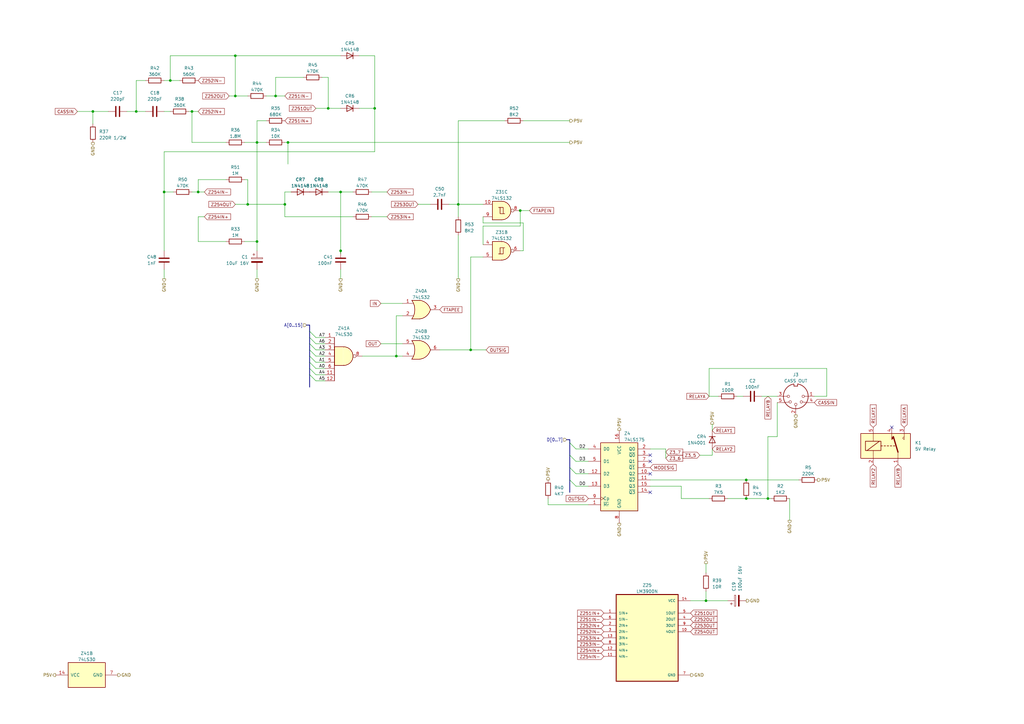
<source format=kicad_sch>
(kicad_sch (version 20221004) (generator eeschema)
  (paper "A3")
  (lib_symbols
    (symbol "74xx:74LS132" (pin_names (offset 1.016))
      (property "Reference" "U" (at 0 1.27 0))
      (property "Value" "74LS132" (at 0 -1.27 0))
      (symbol "74LS132_1_0"
        (polyline (pts (xy -0.635 -1.27) (xy -0.635 1.27) (xy 0.635 1.27)))
        (polyline (pts (xy -0.635 -1.27) (xy -0.635 1.27) (xy 0.635 1.27)))
        (polyline (pts (xy -1.27 -1.27) (xy 0.635 -1.27) (xy 0.635 1.27) (xy 1.27 1.27)))
        (polyline (pts (xy -1.27 -1.27) (xy 0.635 -1.27) (xy 0.635 1.27) (xy 1.27 1.27)))
      )
      (symbol "74LS132_1_1"
        (arc (start 0 -3.81) (mid 3.81 0) (end 0 3.81) (stroke (width 0.254)) (fill (type background)))
        (polyline (pts (xy 0 3.81) (xy -3.81 3.81) (xy -3.81 -3.81) (xy 0 -3.81)) (stroke (width 0.254)) (fill (type background)))
        (pin input line (at -7.62 2.54 0) (length 3.81) (name "~") (number "1"))
        (pin input line (at -7.62 -2.54 0) (length 3.81) (name "~") (number "2"))
        (pin output inverted (at 7.62 0 180) (length 3.81) (name "~") (number "3"))
      )
      (symbol "74LS132_1_2"
        (arc (start -3.81 -3.81) (mid -2.589 0) (end -3.81 3.81) (stroke (width 0.254)))
        (arc (start -0.6096 -3.81) (mid 2.1842 -2.5851) (end 3.81 0) (stroke (width 0.254)) (fill (type background)))
        (polyline (pts (xy -3.81 -3.81) (xy -0.635 -3.81)) (stroke (width 0.254)) (fill (type background)))
        (polyline (pts (xy -3.81 3.81) (xy -0.635 3.81)) (stroke (width 0.254)) (fill (type background)))
        (polyline (pts (xy -0.635 3.81) (xy -3.81 3.81) (xy -3.81 3.81) (xy -3.556 3.4036) (xy -3.0226 2.2606) (xy -2.6924 1.0414) (xy -2.6162 -0.254) (xy -2.7686 -1.4986) (xy -3.175 -2.7178) (xy -3.81 -3.81) (xy -3.81 -3.81) (xy -0.635 -3.81)) (stroke (width -25.4)) (fill (type background)))
        (arc (start 3.81 0) (mid 2.1915 2.5936) (end -0.6096 3.81) (stroke (width 0.254)) (fill (type background)))
        (pin input inverted (at -7.62 2.54 0) (length 4.318) (name "~") (number "1"))
        (pin input inverted (at -7.62 -2.54 0) (length 4.318) (name "~") (number "2"))
        (pin output line (at 7.62 0 180) (length 3.81) (name "~") (number "3"))
      )
      (symbol "74LS132_2_0"
        (polyline (pts (xy -0.635 -1.27) (xy -0.635 1.27) (xy 0.635 1.27)))
        (polyline (pts (xy -0.635 -1.27) (xy -0.635 1.27) (xy 0.635 1.27)))
        (polyline (pts (xy -1.27 -1.27) (xy 0.635 -1.27) (xy 0.635 1.27) (xy 1.27 1.27)))
        (polyline (pts (xy -1.27 -1.27) (xy 0.635 -1.27) (xy 0.635 1.27) (xy 1.27 1.27)))
      )
      (symbol "74LS132_2_1"
        (arc (start 0 -3.81) (mid 3.81 0) (end 0 3.81) (stroke (width 0.254)) (fill (type background)))
        (polyline (pts (xy 0 3.81) (xy -3.81 3.81) (xy -3.81 -3.81) (xy 0 -3.81)) (stroke (width 0.254)) (fill (type background)))
        (pin input line (at -7.62 2.54 0) (length 3.81) (name "~") (number "4"))
        (pin input line (at -7.62 -2.54 0) (length 3.81) (name "~") (number "5"))
        (pin output inverted (at 7.62 0 180) (length 3.81) (name "~") (number "6"))
      )
      (symbol "74LS132_2_2"
        (arc (start -3.81 -3.81) (mid -2.589 0) (end -3.81 3.81) (stroke (width 0.254)))
        (arc (start -0.6096 -3.81) (mid 2.1842 -2.5851) (end 3.81 0) (stroke (width 0.254)) (fill (type background)))
        (polyline (pts (xy -3.81 -3.81) (xy -0.635 -3.81)) (stroke (width 0.254)) (fill (type background)))
        (polyline (pts (xy -3.81 3.81) (xy -0.635 3.81)) (stroke (width 0.254)) (fill (type background)))
        (polyline (pts (xy -0.635 3.81) (xy -3.81 3.81) (xy -3.81 3.81) (xy -3.556 3.4036) (xy -3.0226 2.2606) (xy -2.6924 1.0414) (xy -2.6162 -0.254) (xy -2.7686 -1.4986) (xy -3.175 -2.7178) (xy -3.81 -3.81) (xy -3.81 -3.81) (xy -0.635 -3.81)) (stroke (width -25.4)) (fill (type background)))
        (arc (start 3.81 0) (mid 2.1915 2.5936) (end -0.6096 3.81) (stroke (width 0.254)) (fill (type background)))
        (pin input inverted (at -7.62 2.54 0) (length 4.318) (name "~") (number "4"))
        (pin input inverted (at -7.62 -2.54 0) (length 4.318) (name "~") (number "5"))
        (pin output line (at 7.62 0 180) (length 3.81) (name "~") (number "6"))
      )
      (symbol "74LS132_3_0"
        (polyline (pts (xy -0.635 -1.27) (xy -0.635 1.27) (xy 0.635 1.27)))
        (polyline (pts (xy -0.635 -1.27) (xy -0.635 1.27) (xy 0.635 1.27)))
        (polyline (pts (xy -1.27 -1.27) (xy 0.635 -1.27) (xy 0.635 1.27) (xy 1.27 1.27)))
        (polyline (pts (xy -1.27 -1.27) (xy 0.635 -1.27) (xy 0.635 1.27) (xy 1.27 1.27)))
      )
      (symbol "74LS132_3_1"
        (arc (start 0 -3.81) (mid 3.81 0) (end 0 3.81) (stroke (width 0.254)) (fill (type background)))
        (polyline (pts (xy 0 3.81) (xy -3.81 3.81) (xy -3.81 -3.81) (xy 0 -3.81)) (stroke (width 0.254)) (fill (type background)))
        (pin input line (at -7.62 -2.54 0) (length 3.81) (name "~") (number "10"))
        (pin output inverted (at 7.62 0 180) (length 3.81) (name "~") (number "8"))
        (pin input line (at -7.62 2.54 0) (length 3.81) (name "~") (number "9"))
      )
      (symbol "74LS132_3_2"
        (arc (start -3.81 -3.81) (mid -2.589 0) (end -3.81 3.81) (stroke (width 0.254)))
        (arc (start -0.6096 -3.81) (mid 2.1842 -2.5851) (end 3.81 0) (stroke (width 0.254)) (fill (type background)))
        (polyline (pts (xy -3.81 -3.81) (xy -0.635 -3.81)) (stroke (width 0.254)) (fill (type background)))
        (polyline (pts (xy -3.81 3.81) (xy -0.635 3.81)) (stroke (width 0.254)) (fill (type background)))
        (polyline (pts (xy -0.635 3.81) (xy -3.81 3.81) (xy -3.81 3.81) (xy -3.556 3.4036) (xy -3.0226 2.2606) (xy -2.6924 1.0414) (xy -2.6162 -0.254) (xy -2.7686 -1.4986) (xy -3.175 -2.7178) (xy -3.81 -3.81) (xy -3.81 -3.81) (xy -0.635 -3.81)) (stroke (width -25.4)) (fill (type background)))
        (arc (start 3.81 0) (mid 2.1915 2.5936) (end -0.6096 3.81) (stroke (width 0.254)) (fill (type background)))
        (pin input inverted (at -7.62 -2.54 0) (length 4.318) (name "~") (number "10"))
        (pin output line (at 7.62 0 180) (length 3.81) (name "~") (number "8"))
        (pin input inverted (at -7.62 2.54 0) (length 4.318) (name "~") (number "9"))
      )
      (symbol "74LS132_4_0"
        (polyline (pts (xy -0.635 -1.27) (xy -0.635 1.27) (xy 0.635 1.27)))
        (polyline (pts (xy -0.635 -1.27) (xy -0.635 1.27) (xy 0.635 1.27)))
        (polyline (pts (xy -1.27 -1.27) (xy 0.635 -1.27) (xy 0.635 1.27) (xy 1.27 1.27)))
        (polyline (pts (xy -1.27 -1.27) (xy 0.635 -1.27) (xy 0.635 1.27) (xy 1.27 1.27)))
      )
      (symbol "74LS132_4_1"
        (arc (start 0 -3.81) (mid 3.81 0) (end 0 3.81) (stroke (width 0.254)) (fill (type background)))
        (polyline (pts (xy 0 3.81) (xy -3.81 3.81) (xy -3.81 -3.81) (xy 0 -3.81)) (stroke (width 0.254)) (fill (type background)))
        (pin output inverted (at 7.62 0 180) (length 3.81) (name "~") (number "11"))
        (pin input line (at -7.62 2.54 0) (length 3.81) (name "~") (number "12"))
        (pin input line (at -7.62 -2.54 0) (length 3.81) (name "~") (number "13"))
      )
      (symbol "74LS132_4_2"
        (arc (start -3.81 -3.81) (mid -2.589 0) (end -3.81 3.81) (stroke (width 0.254)))
        (arc (start -0.6096 -3.81) (mid 2.1842 -2.5851) (end 3.81 0) (stroke (width 0.254)) (fill (type background)))
        (polyline (pts (xy -3.81 -3.81) (xy -0.635 -3.81)) (stroke (width 0.254)) (fill (type background)))
        (polyline (pts (xy -3.81 3.81) (xy -0.635 3.81)) (stroke (width 0.254)) (fill (type background)))
        (polyline (pts (xy -0.635 3.81) (xy -3.81 3.81) (xy -3.81 3.81) (xy -3.556 3.4036) (xy -3.0226 2.2606) (xy -2.6924 1.0414) (xy -2.6162 -0.254) (xy -2.7686 -1.4986) (xy -3.175 -2.7178) (xy -3.81 -3.81) (xy -3.81 -3.81) (xy -0.635 -3.81)) (stroke (width -25.4)) (fill (type background)))
        (arc (start 3.81 0) (mid 2.1915 2.5936) (end -0.6096 3.81) (stroke (width 0.254)) (fill (type background)))
        (pin output line (at 7.62 0 180) (length 3.81) (name "~") (number "11"))
        (pin input inverted (at -7.62 2.54 0) (length 4.318) (name "~") (number "12"))
        (pin input inverted (at -7.62 -2.54 0) (length 4.318) (name "~") (number "13"))
      )
      (symbol "74LS132_5_0"
        (pin power_in line (at 0 12.7 270) (length 5.08) (name "VCC") (number "14"))
        (pin power_in line (at 0 -12.7 90) (length 5.08) (name "GND") (number "7"))
      )
      (symbol "74LS132_5_1"
        (rectangle (start -5.08 7.62) (end 5.08 -7.62) (stroke (width 0.254)) (fill (type background)))
      )
    )
    (symbol "74xx:74LS175" (pin_names (offset 1.016))
      (property "Reference" "U" (at -7.62 13.97 0))
      (property "Value" "74LS175" (at -7.62 -16.51 0))
      (symbol "74LS175_1_0"
        (pin input line (at -12.7 -12.7 0) (length 5.08) (name "~{Mr}") (number "1"))
        (pin output line (at 12.7 0 180) (length 5.08) (name "Q2") (number "10"))
        (pin output line (at 12.7 -2.54 180) (length 5.08) (name "~{Q2}") (number "11"))
        (pin input line (at -12.7 0 0) (length 5.08) (name "D2") (number "12"))
        (pin input line (at -12.7 -5.08 0) (length 5.08) (name "D3") (number "13"))
        (pin output line (at 12.7 -7.62 180) (length 5.08) (name "~{Q3}") (number "14"))
        (pin output line (at 12.7 -5.08 180) (length 5.08) (name "Q3") (number "15"))
        (pin power_in line (at 0 17.78 270) (length 5.08) (name "VCC") (number "16"))
        (pin output line (at 12.7 10.16 180) (length 5.08) (name "Q0") (number "2"))
        (pin output line (at 12.7 7.62 180) (length 5.08) (name "~{Q0}") (number "3"))
        (pin input line (at -12.7 10.16 0) (length 5.08) (name "D0") (number "4"))
        (pin input line (at -12.7 5.08 0) (length 5.08) (name "D1") (number "5"))
        (pin output line (at 12.7 2.54 180) (length 5.08) (name "~{Q1}") (number "6"))
        (pin output line (at 12.7 5.08 180) (length 5.08) (name "Q1") (number "7"))
        (pin power_in line (at 0 -20.32 90) (length 5.08) (name "GND") (number "8"))
        (pin input clock (at -12.7 -10.16 0) (length 5.08) (name "Cp") (number "9"))
      )
      (symbol "74LS175_1_1"
        (rectangle (start -7.62 12.7) (end 7.62 -15.24) (stroke (width 0.254)) (fill (type background)))
      )
    )
    (symbol "74xx:74LS30" (pin_names (offset 1.016))
      (property "Reference" "U" (at 0 1.27 0))
      (property "Value" "74LS30" (at 0 -1.27 0))
      (symbol "74LS30_1_1"
        (arc (start 0 -3.81) (mid 3.81 0) (end 0 3.81) (stroke (width 0.254)) (fill (type background)))
        (polyline (pts (xy -3.81 7.62) (xy -3.81 -10.16)) (stroke (width 0.254)))
        (polyline (pts (xy 0 3.81) (xy -3.81 3.81) (xy -3.81 -3.81) (xy 0 -3.81)) (stroke (width 0.254)) (fill (type background)))
        (pin input line (at -7.62 7.62 0) (length 3.81) (name "~") (number "1"))
        (pin input line (at -7.62 -7.62 0) (length 3.81) (name "~") (number "11"))
        (pin input line (at -7.62 -10.16 0) (length 3.81) (name "~") (number "12"))
        (pin input line (at -7.62 5.08 0) (length 3.81) (name "~") (number "2"))
        (pin input line (at -7.62 2.54 0) (length 3.81) (name "~") (number "3"))
        (pin input line (at -7.62 0 0) (length 3.81) (name "~") (number "4"))
        (pin input line (at -7.62 -2.54 0) (length 3.81) (name "~") (number "5"))
        (pin input line (at -7.62 -5.08 0) (length 3.81) (name "~") (number "6"))
        (pin output inverted (at 7.62 0 180) (length 3.81) (name "~") (number "8"))
      )
      (symbol "74LS30_1_2"
        (arc (start -3.81 -3.81) (mid -2.589 0) (end -3.81 3.81) (stroke (width 0.254)))
        (arc (start -0.6096 -3.81) (mid 2.1842 -2.5851) (end 3.81 0) (stroke (width 0.254)) (fill (type background)))
        (polyline (pts (xy -3.81 -3.81) (xy -3.81 -10.16)) (stroke (width 0.254)))
        (polyline (pts (xy -3.81 -3.81) (xy -0.635 -3.81)) (stroke (width 0.254)) (fill (type background)))
        (polyline (pts (xy -3.81 3.81) (xy -0.635 3.81)) (stroke (width 0.254)) (fill (type background)))
        (polyline (pts (xy -3.81 7.62) (xy -3.81 3.81)) (stroke (width 0.254)))
        (polyline (pts (xy -0.635 3.81) (xy -3.81 3.81) (xy -3.81 3.81) (xy -3.556 3.4036) (xy -3.0226 2.2606) (xy -2.6924 1.0414) (xy -2.6162 -0.254) (xy -2.7686 -1.4986) (xy -3.175 -2.7178) (xy -3.81 -3.81) (xy -3.81 -3.81) (xy -0.635 -3.81)) (stroke (width -25.4)) (fill (type background)))
        (arc (start 3.81 0) (mid 2.1915 2.5936) (end -0.6096 3.81) (stroke (width 0.254)) (fill (type background)))
        (pin input inverted (at -7.62 7.62 0) (length 3.81) (name "~") (number "1"))
        (pin input inverted (at -7.62 -7.62 0) (length 3.81) (name "~") (number "11"))
        (pin input inverted (at -7.62 -10.16 0) (length 3.81) (name "~") (number "12"))
        (pin input inverted (at -7.62 5.08 0) (length 3.81) (name "~") (number "2"))
        (pin input inverted (at -7.62 2.54 0) (length 4.5466) (name "~") (number "3"))
        (pin input inverted (at -7.62 0 0) (length 5.08) (name "~") (number "4"))
        (pin input inverted (at -7.62 -2.54 0) (length 4.5466) (name "~") (number "5"))
        (pin input inverted (at -7.62 -5.08 0) (length 3.81) (name "~") (number "6"))
        (pin output line (at 7.62 0 180) (length 3.81) (name "~") (number "8"))
      )
      (symbol "74LS30_2_0"
        (pin power_in line (at 0 12.7 270) (length 5.08) (name "VCC") (number "14"))
        (pin power_in line (at 0 -12.7 90) (length 5.08) (name "GND") (number "7"))
      )
      (symbol "74LS30_2_1"
        (rectangle (start -5.08 7.62) (end 5.08 -7.62) (stroke (width 0.254)) (fill (type background)))
      )
    )
    (symbol "74xx:74LS32" (pin_names (offset 1.016))
      (property "Reference" "U" (at 0 1.27 0))
      (property "Value" "74LS32" (at 0 -1.27 0))
      (symbol "74LS32_1_1"
        (arc (start -3.81 -3.81) (mid -2.589 0) (end -3.81 3.81) (stroke (width 0.254)))
        (arc (start -0.6096 -3.81) (mid 2.1842 -2.5851) (end 3.81 0) (stroke (width 0.254)) (fill (type background)))
        (polyline (pts (xy -3.81 -3.81) (xy -0.635 -3.81)) (stroke (width 0.254)) (fill (type background)))
        (polyline (pts (xy -3.81 3.81) (xy -0.635 3.81)) (stroke (width 0.254)) (fill (type background)))
        (polyline (pts (xy -0.635 3.81) (xy -3.81 3.81) (xy -3.81 3.81) (xy -3.556 3.4036) (xy -3.0226 2.2606) (xy -2.6924 1.0414) (xy -2.6162 -0.254) (xy -2.7686 -1.4986) (xy -3.175 -2.7178) (xy -3.81 -3.81) (xy -3.81 -3.81) (xy -0.635 -3.81)) (stroke (width -25.4)) (fill (type background)))
        (arc (start 3.81 0) (mid 2.1915 2.5936) (end -0.6096 3.81) (stroke (width 0.254)) (fill (type background)))
        (pin input line (at -7.62 2.54 0) (length 4.318) (name "~") (number "1"))
        (pin input line (at -7.62 -2.54 0) (length 4.318) (name "~") (number "2"))
        (pin output line (at 7.62 0 180) (length 3.81) (name "~") (number "3"))
      )
      (symbol "74LS32_1_2"
        (arc (start 0 -3.81) (mid 3.81 0) (end 0 3.81) (stroke (width 0.254)) (fill (type background)))
        (polyline (pts (xy 0 3.81) (xy -3.81 3.81) (xy -3.81 -3.81) (xy 0 -3.81)) (stroke (width 0.254)) (fill (type background)))
        (pin input inverted (at -7.62 2.54 0) (length 3.81) (name "~") (number "1"))
        (pin input inverted (at -7.62 -2.54 0) (length 3.81) (name "~") (number "2"))
        (pin output inverted (at 7.62 0 180) (length 3.81) (name "~") (number "3"))
      )
      (symbol "74LS32_2_1"
        (arc (start -3.81 -3.81) (mid -2.589 0) (end -3.81 3.81) (stroke (width 0.254)))
        (arc (start -0.6096 -3.81) (mid 2.1842 -2.5851) (end 3.81 0) (stroke (width 0.254)) (fill (type background)))
        (polyline (pts (xy -3.81 -3.81) (xy -0.635 -3.81)) (stroke (width 0.254)) (fill (type background)))
        (polyline (pts (xy -3.81 3.81) (xy -0.635 3.81)) (stroke (width 0.254)) (fill (type background)))
        (polyline (pts (xy -0.635 3.81) (xy -3.81 3.81) (xy -3.81 3.81) (xy -3.556 3.4036) (xy -3.0226 2.2606) (xy -2.6924 1.0414) (xy -2.6162 -0.254) (xy -2.7686 -1.4986) (xy -3.175 -2.7178) (xy -3.81 -3.81) (xy -3.81 -3.81) (xy -0.635 -3.81)) (stroke (width -25.4)) (fill (type background)))
        (arc (start 3.81 0) (mid 2.1915 2.5936) (end -0.6096 3.81) (stroke (width 0.254)) (fill (type background)))
        (pin input line (at -7.62 2.54 0) (length 4.318) (name "~") (number "4"))
        (pin input line (at -7.62 -2.54 0) (length 4.318) (name "~") (number "5"))
        (pin output line (at 7.62 0 180) (length 3.81) (name "~") (number "6"))
      )
      (symbol "74LS32_2_2"
        (arc (start 0 -3.81) (mid 3.81 0) (end 0 3.81) (stroke (width 0.254)) (fill (type background)))
        (polyline (pts (xy 0 3.81) (xy -3.81 3.81) (xy -3.81 -3.81) (xy 0 -3.81)) (stroke (width 0.254)) (fill (type background)))
        (pin input inverted (at -7.62 2.54 0) (length 3.81) (name "~") (number "4"))
        (pin input inverted (at -7.62 -2.54 0) (length 3.81) (name "~") (number "5"))
        (pin output inverted (at 7.62 0 180) (length 3.81) (name "~") (number "6"))
      )
      (symbol "74LS32_3_1"
        (arc (start -3.81 -3.81) (mid -2.589 0) (end -3.81 3.81) (stroke (width 0.254)))
        (arc (start -0.6096 -3.81) (mid 2.1842 -2.5851) (end 3.81 0) (stroke (width 0.254)) (fill (type background)))
        (polyline (pts (xy -3.81 -3.81) (xy -0.635 -3.81)) (stroke (width 0.254)) (fill (type background)))
        (polyline (pts (xy -3.81 3.81) (xy -0.635 3.81)) (stroke (width 0.254)) (fill (type background)))
        (polyline (pts (xy -0.635 3.81) (xy -3.81 3.81) (xy -3.81 3.81) (xy -3.556 3.4036) (xy -3.0226 2.2606) (xy -2.6924 1.0414) (xy -2.6162 -0.254) (xy -2.7686 -1.4986) (xy -3.175 -2.7178) (xy -3.81 -3.81) (xy -3.81 -3.81) (xy -0.635 -3.81)) (stroke (width -25.4)) (fill (type background)))
        (arc (start 3.81 0) (mid 2.1915 2.5936) (end -0.6096 3.81) (stroke (width 0.254)) (fill (type background)))
        (pin input line (at -7.62 -2.54 0) (length 4.318) (name "~") (number "10"))
        (pin output line (at 7.62 0 180) (length 3.81) (name "~") (number "8"))
        (pin input line (at -7.62 2.54 0) (length 4.318) (name "~") (number "9"))
      )
      (symbol "74LS32_3_2"
        (arc (start 0 -3.81) (mid 3.81 0) (end 0 3.81) (stroke (width 0.254)) (fill (type background)))
        (polyline (pts (xy 0 3.81) (xy -3.81 3.81) (xy -3.81 -3.81) (xy 0 -3.81)) (stroke (width 0.254)) (fill (type background)))
        (pin input inverted (at -7.62 -2.54 0) (length 3.81) (name "~") (number "10"))
        (pin output inverted (at 7.62 0 180) (length 3.81) (name "~") (number "8"))
        (pin input inverted (at -7.62 2.54 0) (length 3.81) (name "~") (number "9"))
      )
      (symbol "74LS32_4_1"
        (arc (start -3.81 -3.81) (mid -2.589 0) (end -3.81 3.81) (stroke (width 0.254)))
        (arc (start -0.6096 -3.81) (mid 2.1842 -2.5851) (end 3.81 0) (stroke (width 0.254)) (fill (type background)))
        (polyline (pts (xy -3.81 -3.81) (xy -0.635 -3.81)) (stroke (width 0.254)) (fill (type background)))
        (polyline (pts (xy -3.81 3.81) (xy -0.635 3.81)) (stroke (width 0.254)) (fill (type background)))
        (polyline (pts (xy -0.635 3.81) (xy -3.81 3.81) (xy -3.81 3.81) (xy -3.556 3.4036) (xy -3.0226 2.2606) (xy -2.6924 1.0414) (xy -2.6162 -0.254) (xy -2.7686 -1.4986) (xy -3.175 -2.7178) (xy -3.81 -3.81) (xy -3.81 -3.81) (xy -0.635 -3.81)) (stroke (width -25.4)) (fill (type background)))
        (arc (start 3.81 0) (mid 2.1915 2.5936) (end -0.6096 3.81) (stroke (width 0.254)) (fill (type background)))
        (pin output line (at 7.62 0 180) (length 3.81) (name "~") (number "11"))
        (pin input line (at -7.62 2.54 0) (length 4.318) (name "~") (number "12"))
        (pin input line (at -7.62 -2.54 0) (length 4.318) (name "~") (number "13"))
      )
      (symbol "74LS32_4_2"
        (arc (start 0 -3.81) (mid 3.81 0) (end 0 3.81) (stroke (width 0.254)) (fill (type background)))
        (polyline (pts (xy 0 3.81) (xy -3.81 3.81) (xy -3.81 -3.81) (xy 0 -3.81)) (stroke (width 0.254)) (fill (type background)))
        (pin output inverted (at 7.62 0 180) (length 3.81) (name "~") (number "11"))
        (pin input inverted (at -7.62 2.54 0) (length 3.81) (name "~") (number "12"))
        (pin input inverted (at -7.62 -2.54 0) (length 3.81) (name "~") (number "13"))
      )
      (symbol "74LS32_5_0"
        (pin power_in line (at 0 12.7 270) (length 5.08) (name "VCC") (number "14"))
        (pin power_in line (at 0 -12.7 90) (length 5.08) (name "GND") (number "7"))
      )
      (symbol "74LS32_5_1"
        (rectangle (start -5.08 7.62) (end 5.08 -7.62) (stroke (width 0.254)) (fill (type background)))
      )
    )
    (symbol "Connector:DIN-5_180degree" (pin_names (offset 1.016))
      (property "Reference" "J" (at 3.175 5.715 0))
      (property "Value" "DIN-5_180degree" (at 0 -6.35 0))
      (symbol "DIN-5_180degree_0_1"
        (arc (start -5.08 0) (mid -3.8609 -3.3364) (end -0.762 -5.08) (stroke (width 0.254)))
        (circle (center -3.048 0) (radius 0.508))
        (circle (center -2.286 2.286) (radius 0.508))
        (polyline (pts (xy -5.08 0) (xy -3.556 0)))
        (polyline (pts (xy 0 5.08) (xy 0 3.81)))
        (polyline (pts (xy 5.08 0) (xy 3.556 0)))
        (polyline (pts (xy -5.08 2.54) (xy -4.318 2.54) (xy -2.794 2.286)))
        (polyline (pts (xy 5.08 2.54) (xy 4.318 2.54) (xy 2.794 2.286)))
        (polyline (pts (xy -0.762 -4.953) (xy -0.762 -4.191) (xy 0.762 -4.191) (xy 0.762 -4.953)) (stroke (width 0.254)))
        (circle (center 0 3.302) (radius 0.508))
        (arc (start 0.762 -5.08) (mid 3.8685 -3.343) (end 5.08 0) (stroke (width 0.254)))
        (circle (center 2.286 2.286) (radius 0.508))
        (circle (center 3.048 0) (radius 0.508))
        (arc (start 5.08 0) (mid 0 5.08) (end -5.08 0) (stroke (width 0.254)))
      )
      (symbol "DIN-5_180degree_1_1"
        (pin passive line (at -7.62 0 0) (length 2.54) (name "~") (number "1"))
        (pin passive line (at 0 7.62 270) (length 2.54) (name "~") (number "2"))
        (pin passive line (at 7.62 0 180) (length 2.54) (name "~") (number "3"))
        (pin passive line (at -7.62 2.54 0) (length 2.54) (name "~") (number "4"))
        (pin passive line (at 7.62 2.54 180) (length 2.54) (name "~") (number "5"))
      )
    )
    (symbol "Device:C" (pin_numbers hide) (pin_names (offset 0.254))
      (property "Reference" "C" (at 0.635 2.54 0))
      (property "Value" "C" (at 0.635 -2.54 0))
      (symbol "C_0_1"
        (polyline (pts (xy -2.032 -0.762) (xy 2.032 -0.762)) (stroke (width 0.508)))
        (polyline (pts (xy -2.032 0.762) (xy 2.032 0.762)) (stroke (width 0.508)))
      )
      (symbol "C_1_1"
        (pin passive line (at 0 3.81 270) (length 2.794) (name "~") (number "1"))
        (pin passive line (at 0 -3.81 90) (length 2.794) (name "~") (number "2"))
      )
    )
    (symbol "Device:C_Polarized" (pin_numbers hide) (pin_names (offset 0.254))
      (property "Reference" "C" (at 0.635 2.54 0))
      (property "Value" "C_Polarized" (at 0.635 -2.54 0))
      (symbol "C_Polarized_0_1"
        (rectangle (start -2.286 0.508) (end 2.286 1.016))
        (polyline (pts (xy -1.778 2.286) (xy -0.762 2.286)))
        (polyline (pts (xy -1.27 2.794) (xy -1.27 1.778)))
        (rectangle (start 2.286 -0.508) (end -2.286 -1.016) (fill (type outline)))
      )
      (symbol "C_Polarized_1_1"
        (pin passive line (at 0 3.81 270) (length 2.794) (name "~") (number "1"))
        (pin passive line (at 0 -3.81 90) (length 2.794) (name "~") (number "2"))
      )
    )
    (symbol "Device:D" (pin_numbers hide) (pin_names (offset 1.016) hide)
      (property "Reference" "D" (at 0 2.54 0))
      (property "Value" "D" (at 0 -2.54 0))
      (symbol "D_0_1"
        (polyline (pts (xy -1.27 1.27) (xy -1.27 -1.27)) (stroke (width 0.254)))
        (polyline (pts (xy 1.27 0) (xy -1.27 0)))
        (polyline (pts (xy 1.27 1.27) (xy 1.27 -1.27) (xy -1.27 0) (xy 1.27 1.27)) (stroke (width 0.254)))
      )
      (symbol "D_1_1"
        (pin passive line (at -3.81 0 0) (length 2.54) (name "K") (number "1"))
        (pin passive line (at 3.81 0 180) (length 2.54) (name "A") (number "2"))
      )
    )
    (symbol "Device:R" (pin_numbers hide) (pin_names (offset 0))
      (property "Reference" "R" (at 2.032 0 90))
      (property "Value" "R" (at 0 0 90))
      (symbol "R_0_1"
        (rectangle (start -1.016 -2.54) (end 1.016 2.54) (stroke (width 0.254)))
      )
      (symbol "R_1_1"
        (pin passive line (at 0 3.81 270) (length 1.27) (name "~") (number "1"))
        (pin passive line (at 0 -3.81 90) (length 1.27) (name "~") (number "2"))
      )
    )
    (symbol "Diode:1N4001" (pin_numbers hide) (pin_names hide)
      (property "Reference" "D" (at 0 2.54 0))
      (property "Value" "1N4001" (at 0 -2.54 0))
      (symbol "1N4001_0_1"
        (polyline (pts (xy -1.27 1.27) (xy -1.27 -1.27)) (stroke (width 0.254)))
        (polyline (pts (xy 1.27 0) (xy -1.27 0)))
        (polyline (pts (xy 1.27 1.27) (xy 1.27 -1.27) (xy -1.27 0) (xy 1.27 1.27)) (stroke (width 0.254)))
      )
      (symbol "1N4001_1_1"
        (pin passive line (at -3.81 0 0) (length 2.54) (name "K") (number "1"))
        (pin passive line (at 3.81 0 180) (length 2.54) (name "A") (number "2"))
      )
    )
    (symbol "Relay:SANYOU_SRD_Form_C"
      (property "Reference" "K" (at 11.43 3.81 0))
      (property "Value" "SANYOU_SRD_Form_C" (at 11.43 1.27 0))
      (symbol "SANYOU_SRD_Form_C_0_0"
        (polyline (pts (xy 7.62 5.08) (xy 7.62 2.54) (xy 6.985 3.175) (xy 7.62 3.81)))
      )
      (symbol "SANYOU_SRD_Form_C_0_1"
        (rectangle (start -10.16 5.08) (end 10.16 -5.08) (stroke (width 0.254)) (fill (type background)))
        (rectangle (start -8.255 1.905) (end -1.905 -1.905) (stroke (width 0.254)))
        (polyline (pts (xy -7.62 -1.905) (xy -2.54 1.905)) (stroke (width 0.254)))
        (polyline (pts (xy -5.08 -5.08) (xy -5.08 -1.905)))
        (polyline (pts (xy -5.08 5.08) (xy -5.08 1.905)))
        (polyline (pts (xy -1.905 0) (xy -1.27 0)) (stroke (width 0.254)))
        (polyline (pts (xy -0.635 0) (xy 0 0)) (stroke (width 0.254)))
        (polyline (pts (xy 0.635 0) (xy 1.27 0)) (stroke (width 0.254)))
        (polyline (pts (xy 1.905 0) (xy 2.54 0)) (stroke (width 0.254)))
        (polyline (pts (xy 3.175 0) (xy 3.81 0)) (stroke (width 0.254)))
        (polyline (pts (xy 5.08 -2.54) (xy 3.175 3.81)) (stroke (width 0.508)))
        (polyline (pts (xy 5.08 -2.54) (xy 5.08 -5.08)))
      )
      (symbol "SANYOU_SRD_Form_C_1_1"
        (polyline (pts (xy 2.54 3.81) (xy 3.175 3.175) (xy 2.54 2.54) (xy 2.54 5.08)) (fill (type outline)))
        (pin passive line (at 5.08 -7.62 90) (length 2.54) (name "~") (number "1"))
        (pin passive line (at -5.08 -7.62 90) (length 2.54) (name "~") (number "2"))
        (pin passive line (at 7.62 7.62 270) (length 2.54) (name "~") (number "3"))
        (pin passive line (at 2.54 7.62 270) (length 2.54) (name "~") (number "4"))
        (pin passive line (at -5.08 7.62 270) (length 2.54) (name "~") (number "5"))
      )
    )
    (symbol "TRS80IJP:LM3900N" (pin_names (offset 1.016))
      (property "Reference" "U" (at -12.7 18.7706 0))
      (property "Value" "LM3900N" (at -12.7 -21.7678 0))
      (symbol "LM3900N_0_0"
        (rectangle (start -12.7 -17.78) (end 12.7 17.78) (stroke (width 0.4064)) (fill (type background)))
        (pin input line (at -17.78 10.16 0) (length 5.08) (name "1IN+") (number "1"))
        (pin output line (at 17.78 2.54 180) (length 5.08) (name "4OUT") (number "10"))
        (pin input line (at -17.78 -7.62 0) (length 5.08) (name "4IN-") (number "11"))
        (pin input line (at -17.78 -5.08 0) (length 5.08) (name "4IN+") (number "12"))
        (pin input line (at -17.78 0 0) (length 5.08) (name "3IN+") (number "13"))
        (pin power_in line (at 17.78 15.24 180) (length 5.08) (name "VCC") (number "14"))
        (pin input line (at -17.78 5.08 0) (length 5.08) (name "2IN+") (number "2"))
        (pin input line (at -17.78 2.54 0) (length 5.08) (name "2IN-") (number "3"))
        (pin output line (at 17.78 7.62 180) (length 5.08) (name "2OUT") (number "4"))
        (pin output line (at 17.78 10.16 180) (length 5.08) (name "1OUT") (number "5"))
        (pin input line (at -17.78 7.62 0) (length 5.08) (name "1IN-") (number "6"))
        (pin power_in line (at 17.78 -15.24 180) (length 5.08) (name "GND") (number "7"))
        (pin input line (at -17.78 -2.54 0) (length 5.08) (name "3IN-") (number "8"))
        (pin output line (at 17.78 5.08 180) (length 5.08) (name "3OUT") (number "9"))
      )
    )
  )
  (junction (at 101.6 83.82))
  (junction (at 139.7 78.74))
  (junction (at 38.1 45.72))
  (junction (at 116.84 83.82))
  (junction (at 96.52 39.37))
  (junction (at 193.04 143.51))
  (junction (at 213.36 86.36))
  (junction (at 187.96 83.82))
  (junction (at 105.41 99.06))
  (junction (at 67.31 78.74))
  (junction (at 306.07 196.85))
  (junction (at 306.07 204.47))
  (junction (at 118.11 58.42))
  (junction (at 134.62 44.45))
  (junction (at 69.85 33.02))
  (junction (at 105.41 58.42))
  (junction (at 55.88 45.72))
  (junction (at 81.28 78.74))
  (junction (at 289.56 246.38))
  (junction (at 162.56 146.05))
  (junction (at 139.7 102.87))
  (junction (at 314.96 204.47))
  (junction (at 113.03 39.37))
  (junction (at 78.74 45.72))
  (junction (at 153.67 44.45))
  (junction (at 96.52 22.86))
  (no_connect (at 266.7 186.69))
  (no_connect (at 266.7 189.23))
  (no_connect (at 266.7 194.31))
  (no_connect (at 266.7 201.93))
  (no_connect (at 365.76 175.26))
  (bus_entry (at 127 135.89) (size 2.54 2.54))
  (bus_entry (at 127 138.43) (size 2.54 2.54))
  (bus_entry (at 127 143.51) (size 2.54 2.54))
  (bus_entry (at 127 148.59) (size 2.54 2.54))
  (bus_entry (at 127 140.97) (size 2.54 2.54))
  (bus_entry (at 127 146.05) (size 2.54 2.54))
  (bus_entry (at 233.68 191.77) (size 2.54 2.54))
  (bus_entry (at 233.68 186.69) (size 2.54 2.54))
  (bus_entry (at 233.68 181.61) (size 2.54 2.54))
  (bus_entry (at 233.68 196.85) (size 2.54 2.54))
  (bus_entry (at 127 151.13) (size 2.54 2.54))
  (bus_entry (at 127 153.67) (size 2.54 2.54))
  (wire (pts (xy 67.31 33.02) (xy 69.85 33.02)))
  (wire (pts (xy 290.83 151.13) (xy 339.09 151.13)))
  (wire (pts (xy 100.33 73.66) (xy 101.6 73.66)))
  (bus (pts (xy 127 143.51) (xy 127 146.05)))
  (wire (pts (xy 105.41 58.42) (xy 100.33 58.42)))
  (wire (pts (xy 55.88 33.02) (xy 55.88 45.72)))
  (wire (pts (xy 52.07 45.72) (xy 55.88 45.72)))
  (wire (pts (xy 129.54 138.43) (xy 133.35 138.43)))
  (wire (pts (xy 93.98 39.37) (xy 96.52 39.37)))
  (wire (pts (xy 213.36 86.36) (xy 217.17 86.36)))
  (wire (pts (xy 224.79 207.01) (xy 224.79 204.47)))
  (wire (pts (xy 214.63 49.53) (xy 233.68 49.53)))
  (wire (pts (xy 139.7 78.74) (xy 139.7 102.87)))
  (wire (pts (xy 119.38 78.74) (xy 116.84 78.74)))
  (wire (pts (xy 147.32 22.86) (xy 153.67 22.86)))
  (wire (pts (xy 139.7 104.14) (xy 139.7 102.87)))
  (bus (pts (xy 127 135.89) (xy 127 138.43)))
  (wire (pts (xy 187.96 96.52) (xy 187.96 114.3)))
  (wire (pts (xy 198.12 92.71) (xy 213.36 92.71)))
  (wire (pts (xy 193.04 143.51) (xy 199.39 143.51)))
  (wire (pts (xy 236.22 199.39) (xy 241.3 199.39)))
  (wire (pts (xy 266.7 196.85) (xy 306.07 196.85)))
  (wire (pts (xy 113.03 31.75) (xy 124.46 31.75)))
  (wire (pts (xy 81.28 88.9) (xy 81.28 99.06)))
  (wire (pts (xy 152.4 78.74) (xy 158.75 78.74)))
  (wire (pts (xy 67.31 78.74) (xy 67.31 102.87)))
  (bus (pts (xy 232.41 180.34) (xy 233.68 180.34)))
  (wire (pts (xy 38.1 45.72) (xy 44.45 45.72)))
  (wire (pts (xy 96.52 39.37) (xy 101.6 39.37)))
  (wire (pts (xy 67.31 62.23) (xy 67.31 78.74)))
  (bus (pts (xy 127 151.13) (xy 127 153.67)))
  (wire (pts (xy 287.02 186.69) (xy 292.1 186.69)))
  (wire (pts (xy 69.85 22.86) (xy 96.52 22.86)))
  (wire (pts (xy 292.1 184.15) (xy 292.1 186.69)))
  (wire (pts (xy 129.54 153.67) (xy 133.35 153.67)))
  (wire (pts (xy 148.59 146.05) (xy 162.56 146.05)))
  (wire (pts (xy 116.84 58.42) (xy 118.11 58.42)))
  (wire (pts (xy 214.63 102.87) (xy 213.36 102.87)))
  (wire (pts (xy 193.04 143.51) (xy 193.04 105.41)))
  (wire (pts (xy 289.56 231.14) (xy 289.56 234.95)))
  (wire (pts (xy 153.67 22.86) (xy 153.67 44.45)))
  (wire (pts (xy 289.56 242.57) (xy 289.56 246.38)))
  (wire (pts (xy 109.22 39.37) (xy 113.03 39.37)))
  (wire (pts (xy 101.6 73.66) (xy 101.6 83.82)))
  (wire (pts (xy 59.69 33.02) (xy 55.88 33.02)))
  (wire (pts (xy 152.4 88.9) (xy 158.75 88.9)))
  (wire (pts (xy 214.63 91.44) (xy 214.63 102.87)))
  (wire (pts (xy 116.84 78.74) (xy 116.84 83.82)))
  (wire (pts (xy 187.96 83.82) (xy 187.96 88.9)))
  (wire (pts (xy 171.45 83.82) (xy 176.53 83.82)))
  (wire (pts (xy 96.52 22.86) (xy 139.7 22.86)))
  (bus (pts (xy 233.68 181.61) (xy 233.68 186.69)))
  (bus (pts (xy 233.68 191.77) (xy 233.68 196.85)))
  (wire (pts (xy 113.03 39.37) (xy 113.03 31.75)))
  (wire (pts (xy 279.4 204.47) (xy 290.83 204.47)))
  (wire (pts (xy 292.1 173.99) (xy 292.1 176.53)))
  (wire (pts (xy 184.15 83.82) (xy 187.96 83.82)))
  (wire (pts (xy 283.21 246.38) (xy 289.56 246.38)))
  (wire (pts (xy 116.84 83.82) (xy 116.84 88.9)))
  (wire (pts (xy 134.62 44.45) (xy 139.7 44.45)))
  (wire (pts (xy 105.41 99.06) (xy 105.41 102.87)))
  (wire (pts (xy 55.88 45.72) (xy 59.69 45.72)))
  (wire (pts (xy 81.28 78.74) (xy 83.82 78.74)))
  (wire (pts (xy 314.96 179.07) (xy 314.96 204.47)))
  (wire (pts (xy 187.96 83.82) (xy 198.12 83.82)))
  (wire (pts (xy 298.45 246.38) (xy 289.56 246.38)))
  (wire (pts (xy 78.74 58.42) (xy 78.74 45.72)))
  (wire (pts (xy 96.52 22.86) (xy 96.52 39.37)))
  (wire (pts (xy 38.1 45.72) (xy 38.1 50.8)))
  (wire (pts (xy 323.85 204.47) (xy 323.85 213.36)))
  (wire (pts (xy 67.31 110.49) (xy 67.31 114.3)))
  (wire (pts (xy 165.1 146.05) (xy 162.56 146.05)))
  (wire (pts (xy 129.54 151.13) (xy 133.35 151.13)))
  (bus (pts (xy 127 140.97) (xy 127 143.51)))
  (wire (pts (xy 132.08 31.75) (xy 134.62 31.75)))
  (wire (pts (xy 67.31 45.72) (xy 69.85 45.72)))
  (wire (pts (xy 162.56 129.54) (xy 165.1 129.54)))
  (bus (pts (xy 125.73 133.35) (xy 127 133.35)))
  (wire (pts (xy 273.05 187.96) (xy 273.05 184.15)))
  (wire (pts (xy 139.7 78.74) (xy 144.78 78.74)))
  (wire (pts (xy 129.54 148.59) (xy 133.35 148.59)))
  (bus (pts (xy 127 138.43) (xy 127 140.97)))
  (wire (pts (xy 312.42 162.56) (xy 318.77 162.56)))
  (wire (pts (xy 31.75 45.72) (xy 38.1 45.72)))
  (wire (pts (xy 266.7 199.39) (xy 279.4 199.39)))
  (wire (pts (xy 156.21 140.97) (xy 165.1 140.97)))
  (wire (pts (xy 134.62 31.75) (xy 134.62 44.45)))
  (bus (pts (xy 233.68 180.34) (xy 233.68 181.61)))
  (wire (pts (xy 156.21 124.46) (xy 165.1 124.46)))
  (wire (pts (xy 198.12 100.33) (xy 198.12 92.71)))
  (wire (pts (xy 96.52 83.82) (xy 101.6 83.82)))
  (wire (pts (xy 298.45 204.47) (xy 306.07 204.47)))
  (wire (pts (xy 78.74 78.74) (xy 81.28 78.74)))
  (wire (pts (xy 129.54 146.05) (xy 133.35 146.05)))
  (wire (pts (xy 92.71 58.42) (xy 78.74 58.42)))
  (wire (pts (xy 109.22 49.53) (xy 105.41 49.53)))
  (wire (pts (xy 129.54 156.21) (xy 133.35 156.21)))
  (wire (pts (xy 77.47 45.72) (xy 78.74 45.72)))
  (wire (pts (xy 134.62 78.74) (xy 139.7 78.74)))
  (wire (pts (xy 100.33 99.06) (xy 105.41 99.06)))
  (bus (pts (xy 127 148.59) (xy 127 151.13)))
  (wire (pts (xy 113.03 39.37) (xy 116.84 39.37)))
  (wire (pts (xy 81.28 73.66) (xy 92.71 73.66)))
  (bus (pts (xy 127 153.67) (xy 127 158.75)))
  (wire (pts (xy 236.22 184.15) (xy 241.3 184.15)))
  (wire (pts (xy 236.22 189.23) (xy 241.3 189.23)))
  (wire (pts (xy 105.41 49.53) (xy 105.41 58.42)))
  (wire (pts (xy 81.28 78.74) (xy 81.28 73.66)))
  (wire (pts (xy 118.11 58.42) (xy 118.11 67.31)))
  (wire (pts (xy 294.64 162.56) (xy 290.83 162.56)))
  (bus (pts (xy 233.68 196.85) (xy 233.68 201.93)))
  (wire (pts (xy 69.85 33.02) (xy 73.66 33.02)))
  (wire (pts (xy 67.31 78.74) (xy 71.12 78.74)))
  (wire (pts (xy 129.54 143.51) (xy 133.35 143.51)))
  (wire (pts (xy 118.11 58.42) (xy 233.68 58.42)))
  (wire (pts (xy 69.85 33.02) (xy 69.85 22.86)))
  (wire (pts (xy 129.54 140.97) (xy 133.35 140.97)))
  (wire (pts (xy 241.3 207.01) (xy 224.79 207.01)))
  (wire (pts (xy 78.74 45.72) (xy 81.28 45.72)))
  (wire (pts (xy 187.96 49.53) (xy 207.01 49.53)))
  (wire (pts (xy 213.36 92.71) (xy 213.36 86.36)))
  (wire (pts (xy 83.82 88.9) (xy 81.28 88.9)))
  (wire (pts (xy 318.77 165.1) (xy 318.77 179.07)))
  (wire (pts (xy 81.28 99.06) (xy 92.71 99.06)))
  (bus (pts (xy 127 133.35) (xy 127 135.89)))
  (wire (pts (xy 318.77 179.07) (xy 314.96 179.07)))
  (wire (pts (xy 105.41 110.49) (xy 105.41 114.3)))
  (wire (pts (xy 198.12 88.9) (xy 198.12 91.44)))
  (wire (pts (xy 198.12 91.44) (xy 214.63 91.44)))
  (wire (pts (xy 129.54 44.45) (xy 134.62 44.45)))
  (wire (pts (xy 180.34 143.51) (xy 193.04 143.51)))
  (wire (pts (xy 116.84 88.9) (xy 144.78 88.9)))
  (wire (pts (xy 290.83 162.56) (xy 290.83 151.13)))
  (wire (pts (xy 105.41 58.42) (xy 105.41 99.06)))
  (wire (pts (xy 302.26 162.56) (xy 304.8 162.56)))
  (wire (pts (xy 339.09 151.13) (xy 339.09 162.56)))
  (wire (pts (xy 153.67 44.45) (xy 153.67 62.23)))
  (wire (pts (xy 187.96 83.82) (xy 187.96 49.53)))
  (wire (pts (xy 139.7 110.49) (xy 139.7 114.3)))
  (wire (pts (xy 339.09 162.56) (xy 334.01 162.56)))
  (wire (pts (xy 105.41 58.42) (xy 109.22 58.42)))
  (wire (pts (xy 193.04 105.41) (xy 198.12 105.41)))
  (wire (pts (xy 314.96 204.47) (xy 316.23 204.47)))
  (wire (pts (xy 162.56 146.05) (xy 162.56 129.54)))
  (wire (pts (xy 101.6 83.82) (xy 116.84 83.82)))
  (wire (pts (xy 153.67 62.23) (xy 67.31 62.23)))
  (bus (pts (xy 127 146.05) (xy 127 148.59)))
  (wire (pts (xy 306.07 196.85) (xy 327.66 196.85)))
  (wire (pts (xy 306.07 204.47) (xy 314.96 204.47)))
  (wire (pts (xy 236.22 194.31) (xy 241.3 194.31)))
  (wire (pts (xy 273.05 184.15) (xy 266.7 184.15)))
  (bus (pts (xy 233.68 186.69) (xy 233.68 191.77)))
  (wire (pts (xy 279.4 199.39) (xy 279.4 204.47)))
  (wire (pts (xy 147.32 44.45) (xy 153.67 44.45)))
  (label "A0" (at 130.81 151.13 0))
  (label "D1" (at 237.49 194.31 0))
  (label "D3" (at 237.49 189.23 0))
  (label "A3" (at 130.81 143.51 0))
  (label "A1" (at 130.81 148.59 0))
  (label "A2" (at 130.81 146.05 0))
  (label "A4" (at 130.81 153.67 0))
  (label "A5" (at 130.81 156.21 0))
  (label "A6" (at 130.81 140.97 0))
  (label "D0" (at 237.49 199.39 0))
  (label "A7" (at 130.81 138.43 0))
  (label "D2" (at 237.49 184.15 0))
  (global_label "CASSIN" (shape input) (at 31.75 45.72 180) (property "Intersheetrefs" "${INTERSHEET_REFS}" (effects hide)))
  (global_label "RELAYA" (shape input) (at 290.83 162.56 180) (property "Intersheetrefs" "${INTERSHEET_REFS}" (effects hide)))
  (global_label "Z254IN+" (shape input) (at 247.65 266.7 180) (property "Intersheetrefs" "${INTERSHEET_REFS}" (effects hide)))
  (global_label "OUT" (shape input) (at 156.21 140.97 180) (property "Intersheetrefs" "${INTERSHEET_REFS}" (effects hide)))
  (global_label "Z252IN-" (shape input) (at 81.28 33.02 0) (property "Intersheetrefs" "${INTERSHEET_REFS}" (effects hide)))
  (global_label "Z254OUT" (shape input) (at 283.21 259.08 0) (property "Intersheetrefs" "${INTERSHEET_REFS}" (effects hide)))
  (global_label "Z252IN+" (shape input) (at 81.28 45.72 0) (property "Intersheetrefs" "${INTERSHEET_REFS}" (effects hide)))
  (global_label "Z251IN+" (shape input) (at 116.84 49.53 0) (property "Intersheetrefs" "${INTERSHEET_REFS}" (effects hide)))
  (global_label "Z251IN+" (shape input) (at 247.65 251.46 180) (property "Intersheetrefs" "${INTERSHEET_REFS}" (effects hide)))
  (global_label "Z253OUT" (shape input) (at 283.21 256.54 0) (property "Intersheetrefs" "${INTERSHEET_REFS}" (effects hide)))
  (global_label "CASSIN" (shape input) (at 334.01 165.1 0) (property "Intersheetrefs" "${INTERSHEET_REFS}" (effects hide)))
  (global_label "OUTSIG" (shape input) (at 241.3 204.47 180) (property "Intersheetrefs" "${INTERSHEET_REFS}" (effects hide)))
  (global_label "Z252IN-" (shape input) (at 247.65 259.08 180) (property "Intersheetrefs" "${INTERSHEET_REFS}" (effects hide)))
  (global_label "RELAYB" (shape input) (at 368.3 190.5 270) (property "Intersheetrefs" "${INTERSHEET_REFS}" (effects hide)))
  (global_label "RELAY1" (shape input) (at 292.1 176.53 0) (property "Intersheetrefs" "${INTERSHEET_REFS}" (effects hide)))
  (global_label "Z3_7" (shape input) (at 273.05 185.42 0) (property "Intersheetrefs" "${INTERSHEET_REFS}" (effects hide)))
  (global_label "Z254IN+" (shape input) (at 83.82 88.9 0) (property "Intersheetrefs" "${INTERSHEET_REFS}" (effects hide)))
  (global_label "RELAY2" (shape input) (at 292.1 184.15 0) (property "Intersheetrefs" "${INTERSHEET_REFS}" (effects hide)))
  (global_label "Z253IN-" (shape input) (at 247.65 264.16 180) (property "Intersheetrefs" "${INTERSHEET_REFS}" (effects hide)))
  (global_label "Z253IN+" (shape input) (at 158.75 88.9 0) (property "Intersheetrefs" "${INTERSHEET_REFS}" (effects hide)))
  (global_label "Z253IN-" (shape input) (at 158.75 78.74 0) (property "Intersheetrefs" "${INTERSHEET_REFS}" (effects hide)))
  (global_label "Z251OUT" (shape input) (at 129.54 44.45 180) (property "Intersheetrefs" "${INTERSHEET_REFS}" (effects hide)))
  (global_label "IN" (shape input) (at 156.21 124.46 180) (property "Intersheetrefs" "${INTERSHEET_REFS}" (effects hide)))
  (global_label "Z3_6" (shape input) (at 273.05 187.96 0) (property "Intersheetrefs" "${INTERSHEET_REFS}" (effects hide)))
  (global_label "Z254IN-" (shape input) (at 247.65 269.24 180) (property "Intersheetrefs" "${INTERSHEET_REFS}" (effects hide)))
  (global_label "Z253OUT" (shape input) (at 171.45 83.82 180) (property "Intersheetrefs" "${INTERSHEET_REFS}" (effects hide)))
  (global_label "RELAYA" (shape input) (at 370.84 175.26 90) (property "Intersheetrefs" "${INTERSHEET_REFS}" (effects hide)))
  (global_label "RELAY2" (shape input) (at 358.14 190.5 270) (property "Intersheetrefs" "${INTERSHEET_REFS}" (effects hide)))
  (global_label "Z254OUT" (shape input) (at 96.52 83.82 180) (property "Intersheetrefs" "${INTERSHEET_REFS}" (effects hide)))
  (global_label "RELAYB" (shape input) (at 314.96 162.56 270) (property "Intersheetrefs" "${INTERSHEET_REFS}" (effects hide)))
  (global_label "FTAPEE" (shape input) (at 180.34 127 0) (property "Intersheetrefs" "${INTERSHEET_REFS}" (effects hide)))
  (global_label "Z251IN-" (shape input) (at 116.84 39.37 0) (property "Intersheetrefs" "${INTERSHEET_REFS}" (effects hide)))
  (global_label "FTAPEIN" (shape input) (at 217.17 86.36 0) (property "Intersheetrefs" "${INTERSHEET_REFS}" (effects hide)))
  (global_label "OUTSIG" (shape input) (at 199.39 143.51 0) (property "Intersheetrefs" "${INTERSHEET_REFS}" (effects hide)))
  (global_label "Z252OUT" (shape input) (at 283.21 254 0) (property "Intersheetrefs" "${INTERSHEET_REFS}" (effects hide)))
  (global_label "MODESIG" (shape input) (at 266.7 191.77 0) (property "Intersheetrefs" "${INTERSHEET_REFS}" (effects hide)))
  (global_label "Z251IN-" (shape input) (at 247.65 254 180) (property "Intersheetrefs" "${INTERSHEET_REFS}" (effects hide)))
  (global_label "Z252IN+" (shape input) (at 247.65 256.54 180) (property "Intersheetrefs" "${INTERSHEET_REFS}" (effects hide)))
  (global_label "Z251OUT" (shape input) (at 283.21 251.46 0) (property "Intersheetrefs" "${INTERSHEET_REFS}" (effects hide)))
  (global_label "Z254IN-" (shape input) (at 83.82 78.74 0) (property "Intersheetrefs" "${INTERSHEET_REFS}" (effects hide)))
  (global_label "Z253IN+" (shape input) (at 247.65 261.62 180) (property "Intersheetrefs" "${INTERSHEET_REFS}" (effects hide)))
  (global_label "Z3_5" (shape input) (at 287.02 186.69 180) (property "Intersheetrefs" "${INTERSHEET_REFS}" (effects hide)))
  (global_label "Z252OUT" (shape input) (at 93.98 39.37 180) (property "Intersheetrefs" "${INTERSHEET_REFS}" (effects hide)))
  (global_label "RELAY1" (shape input) (at 358.14 175.26 90) (property "Intersheetrefs" "${INTERSHEET_REFS}" (effects hide)))
  (hierarchical_label "GND" (shape output) (at 139.7 114.3 270))
  (hierarchical_label "P5V" (shape output) (at 289.56 231.14 90))
  (hierarchical_label "P5V" (shape output) (at 224.79 196.85 90))
  (hierarchical_label "P5V" (shape output) (at 22.86 276.86 180))
  (hierarchical_label "GND" (shape output) (at 254 214.63 270))
  (hierarchical_label "GND" (shape output) (at 323.85 213.36 270))
  (hierarchical_label "P5V" (shape output) (at 292.1 173.99 90))
  (hierarchical_label "GND" (shape output) (at 283.21 276.86 0))
  (hierarchical_label "P5V" (shape output) (at 233.68 49.53 0))
  (hierarchical_label "GND" (shape output) (at 48.26 276.86 0))
  (hierarchical_label "A[0..15]" (shape input) (at 125.73 133.35 180))
  (hierarchical_label "P5V" (shape output) (at 254 176.53 90))
  (hierarchical_label "GND" (shape output) (at 67.31 114.3 270))
  (hierarchical_label "GND" (shape output) (at 306.07 246.38 0))
  (hierarchical_label "GND" (shape output) (at 38.1 58.42 270))
  (hierarchical_label "GND" (shape output) (at 326.39 170.18 270))
  (hierarchical_label "D[0..7]" (shape input) (at 232.41 180.34 180))
  (hierarchical_label "GND" (shape output) (at 105.41 114.3 270))
  (hierarchical_label "GND" (shape output) (at 187.96 114.3 270))
  (hierarchical_label "P5V" (shape output) (at 335.28 196.85 0))
  (hierarchical_label "P5V" (shape output) (at 233.68 58.42 0))
  (symbol (lib_id "Device:D") (at 143.51 44.45 180) (unit 1)
    (property "Reference" "CR6" (at 143.51 39.37 0))
    (property "Value" "1N4148" (at 143.51 41.91 0))
    (property "Footprint" "TRS80:Diode 10.16mm" (effects hide))
  )
  (symbol (lib_id "Device:R") (at 298.45 162.56 90) (unit 1)
    (property "Reference" "R1" (at 298.45 157.48 90))
    (property "Value" "100R" (at 298.45 160.02 90))
    (property "Footprint" "TRS80:Resistor 10.16mm" (effects hide))
  )
  (symbol (lib_id "Device:R") (at 77.47 33.02 270) (unit 1)
    (property "Reference" "R43" (at 77.47 27.94 90))
    (property "Value" "560K" (at 77.47 30.48 90))
    (property "Footprint" "TRS80:Resistor 10.16mm" (effects hide))
  )
  (symbol (lib_id "Device:R") (at 96.52 58.42 270) (unit 1)
    (property "Reference" "R36" (at 96.52 53.34 90))
    (property "Value" "1.8M" (at 96.52 55.88 90))
    (property "Footprint" "TRS80:Resistor 10.16mm" (effects hide))
  )
  (symbol (lib_id "Relay:SANYOU_SRD_Form_C") (at 363.22 182.88 0) (unit 1)
    (property "Reference" "K1" (at 375.285 181.6099 0) (effects (justify left)))
    (property "Value" "5V Relay" (at 375.285 184.1499 0) (effects (justify left)))
    (property "Footprint" "TRS80:K1 Relay" (effects hide))
    (property "Datasheet" "http://www.sanyourelay.ca/public/products/pdf/SRD.pdf" (effects hide))
  )
  (symbol (lib_id "74xx:74LS30") (at 140.97 146.05 0) (unit 1)
    (property "Reference" "Z41" (at 140.97 134.62 0))
    (property "Value" "74LS30" (at 140.97 137.16 0))
    (property "Footprint" "Package_DIP:DIP-14_W7.62mm" (effects hide))
    (property "Datasheet" "http://www.ti.com/lit/gpn/sn74LS30" (effects hide))
  )
  (symbol (lib_id "Device:R") (at 224.79 200.66 180) (unit 1)
    (property "Reference" "R40" (at 227.33 200.025 0) (effects (justify right)))
    (property "Value" "4K7" (at 227.33 202.565 0) (effects (justify right)))
    (property "Footprint" "TRS80:Resistor 10.16mm" (effects hide))
  )
  (symbol (lib_id "Device:R") (at 148.59 88.9 270) (unit 1)
    (property "Reference" "R46" (at 148.59 83.82 90))
    (property "Value" "470K" (at 148.59 86.36 90))
    (property "Footprint" "TRS80:Resistor 10.16mm" (effects hide))
  )
  (symbol (lib_id "Connector:DIN-5_180degree") (at 326.39 162.56 180) (unit 1)
    (property "Reference" "J3" (at 326.3899 153.67 0))
    (property "Value" "CASS OUT" (at 326.3899 156.21 0))
    (property "Footprint" "TRS80:J3 - CASSETTE" (effects hide))
    (property "Datasheet" "http://www.mouser.com/ds/2/18/40_c091_abd_e-75918.pdf" (effects hide))
  )
  (symbol (lib_id "Device:R") (at 73.66 45.72 270) (unit 1)
    (property "Reference" "R38" (at 73.66 40.64 90))
    (property "Value" "360K" (at 73.66 43.18 90))
    (property "Footprint" "TRS80:Resistor 10.16mm" (effects hide))
  )
  (symbol (lib_id "Device:R") (at 306.07 200.66 180) (unit 1)
    (property "Reference" "R4" (at 308.61 200.025 0) (effects (justify right)))
    (property "Value" "7K5" (at 308.61 202.565 0) (effects (justify right)))
    (property "Footprint" "TRS80:Resistor 10.16mm" (effects hide))
  )
  (symbol (lib_id "Device:C") (at 180.34 83.82 90) (unit 1)
    (property "Reference" "C50" (at 180.34 77.47 90))
    (property "Value" "2.7nF" (at 180.34 80.01 90))
    (property "Footprint" "TRS80:Ceramic Disc 5mm" (effects hide))
  )
  (symbol (lib_id "Device:R") (at 294.64 204.47 270) (unit 1)
    (property "Reference" "R3" (at 294.64 199.39 90))
    (property "Value" "7K5" (at 294.64 201.93 90))
    (property "Footprint" "TRS80:Resistor 10.16mm" (effects hide))
  )
  (symbol (lib_id "Device:R") (at 289.56 238.76 180) (unit 1)
    (property "Reference" "R39" (at 292.1 238.125 0) (effects (justify right)))
    (property "Value" "10R" (at 292.1 240.665 0) (effects (justify right)))
    (property "Footprint" "TRS80:Resistor 10.16mm" (effects hide))
  )
  (symbol (lib_id "TRS80IJP:LM3900N") (at 265.43 261.62 0) (unit 1)
    (property "Reference" "Z25" (at 265.43 240.03 0))
    (property "Value" "LM3900N" (at 265.43 242.57 0))
    (property "Footprint" "Package_DIP:DIP-14_W7.62mm" (effects hide))
  )
  (symbol (lib_id "Device:C_Polarized") (at 302.26 246.38 90) (unit 1)
    (property "Reference" "C19" (at 300.99 242.57 0) (effects (justify left)))
    (property "Value" "100uF 16V" (at 303.53 242.57 0) (effects (justify left)))
    (property "Footprint" "Capacitor_THT:CP_Radial_D8.0mm_P5.00mm" (effects hide))
  )
  (symbol (lib_id "Device:R") (at 113.03 49.53 270) (unit 1)
    (property "Reference" "R35" (at 113.03 44.45 90))
    (property "Value" "680K" (at 113.03 46.99 90))
    (property "Footprint" "TRS80:Resistor 10.16mm" (effects hide))
  )
  (symbol (lib_id "Device:C") (at 48.26 45.72 90) (unit 1)
    (property "Reference" "C17" (at 48.26 38.1 90))
    (property "Value" "220pF" (at 48.26 40.64 90))
    (property "Footprint" "TRS80:Ceramic Disc 5mm" (effects hide))
  )
  (symbol (lib_id "Device:R") (at 187.96 92.71 0) (unit 1)
    (property "Reference" "R53" (at 190.5 92.075 0) (effects (justify left)))
    (property "Value" "8K2" (at 190.5 94.615 0) (effects (justify left)))
    (property "Footprint" "TRS80:Resistor 10.16mm" (effects hide))
  )
  (symbol (lib_id "Device:R") (at 63.5 33.02 270) (unit 1)
    (property "Reference" "R42" (at 63.5 27.94 90))
    (property "Value" "360K" (at 63.5 30.48 90))
    (property "Footprint" "TRS80:Resistor 10.16mm" (effects hide))
  )
  (symbol (lib_id "Device:C") (at 63.5 45.72 90) (unit 1)
    (property "Reference" "C18" (at 63.5 38.1 90))
    (property "Value" "220pF" (at 63.5 40.64 90))
    (property "Footprint" "TRS80:Ceramic Disc 5mm" (effects hide))
  )
  (symbol (lib_id "Device:R") (at 105.41 39.37 270) (unit 1)
    (property "Reference" "R44" (at 105.41 34.29 90))
    (property "Value" "470K" (at 105.41 36.83 90))
    (property "Footprint" "TRS80:Resistor 10.16mm" (effects hide))
  )
  (symbol (lib_id "Device:D") (at 123.19 78.74 180) (unit 1)
    (property "Reference" "CR7" (at 123.19 73.66 0))
    (property "Value" "1N4148" (at 123.19 76.2 0))
    (property "Footprint" "TRS80:Diode 10.16mm" (effects hide))
  )
  (symbol (lib_id "Device:R") (at 96.52 73.66 270) (unit 1)
    (property "Reference" "R51" (at 96.52 68.58 90))
    (property "Value" "1M" (at 96.52 71.12 90))
    (property "Footprint" "TRS80:Resistor 10.16mm" (effects hide))
  )
  (symbol (lib_id "Device:R") (at 148.59 78.74 270) (unit 1)
    (property "Reference" "R47" (at 148.59 73.66 90))
    (property "Value" "470K" (at 148.59 76.2 90))
    (property "Footprint" "TRS80:Resistor 10.16mm" (effects hide))
  )
  (symbol (lib_id "74xx:74LS32") (at 172.72 127 0) (unit 1)
    (property "Reference" "Z40" (at 172.72 119.38 0))
    (property "Value" "74LS32" (at 172.72 121.92 0))
    (property "Footprint" "Package_DIP:DIP-14_W7.62mm" (effects hide))
    (property "Datasheet" "http://www.ti.com/lit/gpn/sn74LS32" (effects hide))
  )
  (symbol (lib_id "Diode:1N4001") (at 292.1 180.34 270) (unit 1)
    (property "Reference" "CR4" (at 285.75 179.07 90) (effects (justify left)))
    (property "Value" "1N4001" (at 281.94 181.61 90) (effects (justify left)))
    (property "Footprint" "TRS80:Diode 10.16mm" (effects hide))
    (property "Datasheet" "http://www.vishay.com/docs/88503/1n4001.pdf" (effects hide))
  )
  (symbol (lib_id "74xx:74LS132") (at 205.74 86.36 0) (mirror x) (unit 3)
    (property "Reference" "Z31" (at 205.74 78.74 0))
    (property "Value" "74LS132" (at 205.74 81.28 0))
    (property "Footprint" "Package_DIP:DIP-14_W7.62mm" (effects hide))
    (property "Datasheet" "http://www.ti.com/lit/gpn/sn74LS132" (effects hide))
  )
  (symbol (lib_id "Device:R") (at 113.03 58.42 270) (unit 1)
    (property "Reference" "R34" (at 113.03 53.34 90))
    (property "Value" "10K" (at 113.03 55.88 90))
    (property "Footprint" "TRS80:Resistor 10.16mm" (effects hide))
  )
  (symbol (lib_id "74xx:74LS132") (at 205.74 102.87 0) (unit 2)
    (property "Reference" "Z31" (at 205.74 95.25 0))
    (property "Value" "74LS132" (at 205.74 97.79 0))
    (property "Footprint" "Package_DIP:DIP-14_W7.62mm" (effects hide))
    (property "Datasheet" "http://www.ti.com/lit/gpn/sn74LS132" (effects hide))
  )
  (symbol (lib_id "74xx:74LS175") (at 254 194.31 0) (unit 1)
    (property "Reference" "Z4" (at 255.9559 177.8 0) (effects (justify left)))
    (property "Value" "74LS175" (at 255.9559 180.34 0) (effects (justify left)))
    (property "Footprint" "Package_DIP:DIP-16_W7.62mm" (effects hide))
    (property "Datasheet" "http://www.ti.com/lit/gpn/sn74LS175" (effects hide))
  )
  (symbol (lib_id "Device:C") (at 139.7 106.68 180) (unit 1)
    (property "Reference" "C41" (at 134.62 105.41 0))
    (property "Value" "100nF" (at 133.35 107.95 0))
    (property "Footprint" "TRS80:Ceramic Disc 5mm" (effects hide))
  )
  (symbol (lib_id "Device:R") (at 320.04 204.47 270) (unit 1)
    (property "Reference" "R2" (at 320.04 199.39 90))
    (property "Value" "1K2" (at 320.04 201.93 90))
    (property "Footprint" "TRS80:Resistor 10.16mm" (effects hide))
  )
  (symbol (lib_id "Device:R") (at 96.52 99.06 270) (unit 1)
    (property "Reference" "R33" (at 96.52 93.98 90))
    (property "Value" "1M" (at 96.52 96.52 90))
    (property "Footprint" "TRS80:Resistor 10.16mm" (effects hide))
  )
  (symbol (lib_id "74xx:74LS32") (at 172.72 143.51 0) (mirror x) (unit 2)
    (property "Reference" "Z40" (at 172.72 135.89 0))
    (property "Value" "74LS32" (at 172.72 138.43 0))
    (property "Footprint" "Package_DIP:DIP-14_W7.62mm" (effects hide))
    (property "Datasheet" "http://www.ti.com/lit/gpn/sn74LS32" (effects hide))
  )
  (symbol (lib_id "Device:R") (at 210.82 49.53 90) (unit 1)
    (property "Reference" "R52" (at 210.82 44.45 90))
    (property "Value" "8K2" (at 210.82 46.99 90))
    (property "Footprint" "TRS80:Resistor 10.16mm" (effects hide))
  )
  (symbol (lib_id "Device:C") (at 67.31 106.68 180) (unit 1)
    (property "Reference" "C48" (at 62.23 105.41 0))
    (property "Value" "1nF" (at 62.23 107.95 0))
    (property "Footprint" "TRS80:Ceramic Disc 5mm" (effects hide))
  )
  (symbol (lib_id "Device:D") (at 143.51 22.86 180) (unit 1)
    (property "Reference" "CR5" (at 143.51 17.78 0))
    (property "Value" "1N4148" (at 143.51 20.32 0))
    (property "Footprint" "TRS80:Diode 10.16mm" (effects hide))
  )
  (symbol (lib_id "Device:C") (at 308.61 162.56 90) (unit 1)
    (property "Reference" "C2" (at 308.61 156.21 90))
    (property "Value" "100nF" (at 308.61 158.75 90))
    (property "Footprint" "TRS80:Ceramic Disc 5mm" (effects hide))
  )
  (symbol (lib_id "Device:R") (at 128.27 31.75 270) (unit 1)
    (property "Reference" "R45" (at 128.27 26.67 90))
    (property "Value" "470K" (at 128.27 29.21 90))
    (property "Footprint" "TRS80:Resistor 10.16mm" (effects hide))
  )
  (symbol (lib_id "Device:C_Polarized") (at 105.41 106.68 0) (unit 1)
    (property "Reference" "C1" (at 99.06 105.41 0) (effects (justify left)))
    (property "Value" "10uF 16V" (at 92.71 107.95 0) (effects (justify left)))
    (property "Footprint" "Capacitor_THT:CP_Radial_D5.0mm_P2.50mm" (effects hide))
  )
  (symbol (lib_id "Device:D") (at 130.81 78.74 180) (unit 1)
    (property "Reference" "CR8" (at 130.81 73.66 0))
    (property "Value" "1N4148" (at 130.81 76.2 0))
    (property "Footprint" "TRS80:Diode 10.16mm" (effects hide))
  )
  (symbol (lib_id "Device:R") (at 38.1 54.61 180) (unit 1)
    (property "Reference" "R37" (at 40.64 53.975 0) (effects (justify right)))
    (property "Value" "220R 1/2W" (at 40.64 56.515 0) (effects (justify right)))
    (property "Footprint" "TRS80:Resistor 15mm" (effects hide))
  )
  (symbol (lib_id "74xx:74LS30") (at 35.56 276.86 90) (unit 2)
    (property "Reference" "Z41" (at 35.56 267.97 90))
    (property "Value" "74LS30" (at 35.56 270.51 90))
    (property "Footprint" "Package_DIP:DIP-14_W7.62mm" (effects hide))
    (property "Datasheet" "http://www.ti.com/lit/gpn/sn74LS30" (effects hide))
  )
  (symbol (lib_id "Device:R") (at 74.93 78.74 270) (unit 1)
    (property "Reference" "R50" (at 74.93 73.66 90))
    (property "Value" "470K" (at 74.93 76.2 90))
    (property "Footprint" "TRS80:Resistor 10.16mm" (effects hide))
  )
  (symbol (lib_id "Device:R") (at 331.47 196.85 90) (unit 1)
    (property "Reference" "R5" (at 331.47 191.77 90))
    (property "Value" "220K" (at 331.47 194.31 90))
    (property "Footprint" "TRS80:Resistor 10.16mm" (effects hide))
  )
)
</source>
